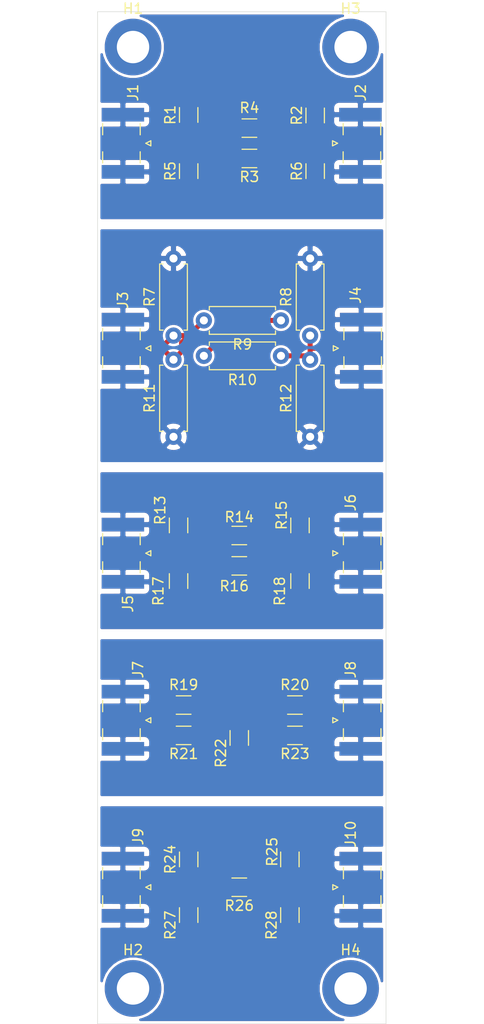
<source format=kicad_pcb>
(kicad_pcb (version 20171130) (host pcbnew "(5.1.5)-3")
  (layers (0 F.Cu signal) (31 B.Cu signal) (34 B.Paste user hide) (35 F.Paste user hide) (36 B.SilkS user) (37 F.SilkS user) (38 B.Mask user) (39 F.Mask user) (44 Edge.Cuts user))
  (net 0 "")
  (net 1 GND)
  (net 2 "Net-(J1-Pad1)")
  (net 3 "Net-(J2-Pad1)")
  (net 4 GNDA)
  (net 5 "Net-(J3-Pad1)")
  (net 6 "Net-(J4-Pad1)")
  (net 7 GNDD)
  (net 8 "Net-(J5-Pad1)")
  (net 9 "Net-(J6-Pad1)")
  (net 10 GNDS)
  (net 11 "Net-(J7-Pad1)")
  (net 12 "Net-(J8-Pad1)")
  (net 13 "Net-(R10-Pad2)")
  (net 14 "Net-(J9-Pad1)")
  (net 15 GND1)
  (net 16 "Net-(J10-Pad1)")
  (net 17 "Net-(R19-Pad1)")
  (module MountingHole:MountingHole_3.2mm_M3_DIN965_Pad (layer F.Cu) (at 39 28.992)
    (fp_text reference H1 (at 0 -3.8) (layer F.SilkS))
    (fp_text value "Mounting Hole M3")
    (pad 1 thru_hole circle (at 0 0) (size 5.6 5.6) (drill 3.2) (layers *.Cu *.Mask))
  )
  (module MountingHole:MountingHole_3.2mm_M3_DIN965_Pad (layer F.Cu) (at 39 122)
    (fp_text reference H2 (at 0 -3.8) (layer F.SilkS))
    (fp_text value "Mounting Hole M3")
    (pad 1 thru_hole circle (at 0 0) (size 5.6 5.6) (drill 3.2) (layers *.Cu *.Mask))
  )
  (module MountingHole:MountingHole_3.2mm_M3_DIN965_Pad (layer F.Cu) (at 60.5 28.992)
    (fp_text reference H3 (at 0 -3.8) (layer F.SilkS))
    (fp_text value "Mounting Hole M3")
    (pad 1 thru_hole circle (at 0 0) (size 5.6 5.6) (drill 3.2) (layers *.Cu *.Mask))
  )
  (module MountingHole:MountingHole_3.2mm_M3_DIN965_Pad (layer F.Cu) (at 60.5 122)
    (fp_text reference H4 (at 0 -3.8) (layer F.SilkS))
    (fp_text value "Mounting Hole M3")
    (pad 1 thru_hole circle (at 0 0) (size 5.6 5.6) (drill 3.2) (layers *.Cu *.Mask))
  )
  (module _RF:Samtec_SMA-J-P-X-ST-EM1_EdgeMount (layer F.Cu) (at 38 38.5 270)
    (fp_text reference J1 (at -5 -1 90) (layer F.SilkS))
    (fp_text value SMA_Conn)
    (fp_line (start 0.84 -1.71) (end 1.95 -1.71) (layer F.SilkS) (width 0.12))
    (fp_line (start -1.95 -1.71) (end -0.84 -1.71) (layer F.SilkS) (width 0.12))
    (fp_line (start 0.84 2) (end 1.95 2) (layer F.SilkS) (width 0.12))
    (fp_line (start -1.95 2) (end -0.84 2) (layer F.SilkS) (width 0.12))
    (fp_line (start 0 -2.26) (end 0.25 -2.76) (layer F.SilkS) (width 0.12))
    (fp_line (start 0.25 -2.76) (end -0.25 -2.76) (layer F.SilkS) (width 0.12))
    (fp_line (start -0.25 -2.76) (end 0 -2.26) (layer F.SilkS) (width 0.12))
    (pad 1 smd rect (at 0 0.2 270) (size 1.27 3.6) (layers F.Cu F.Paste F.Mask) (net 2 "Net-(J1-Pad1)"))
    (pad 2 smd rect (at 2.825 0 270) (size 1.35 4.2) (layers F.Cu F.Paste F.Mask) (net 7 GNDD))
    (pad 2 smd rect (at -2.825 0 270) (size 1.35 4.2) (layers F.Cu F.Paste F.Mask) (net 7 GNDD))
    (pad 2 smd rect (at 2.825 0 270) (size 1.35 4.2) (layers B.Cu B.Paste B.Mask) (net 7 GNDD))
    (pad 2 smd rect (at -2.825 0 270) (size 1.35 4.2) (layers B.Cu B.Paste B.Mask) (net 7 GNDD))
  )
  (module _RF:Samtec_SMA-J-P-X-ST-EM1_EdgeMount (layer F.Cu) (at 61.475 38.5 90)
    (fp_text reference J2 (at 5 0.025 90) (layer F.SilkS))
    (fp_text value SMA_Conn)
    (fp_line (start 0.84 -1.71) (end 1.95 -1.71) (layer F.SilkS) (width 0.12))
    (fp_line (start -1.95 -1.71) (end -0.84 -1.71) (layer F.SilkS) (width 0.12))
    (fp_line (start 0.84 2) (end 1.95 2) (layer F.SilkS) (width 0.12))
    (fp_line (start -1.95 2) (end -0.84 2) (layer F.SilkS) (width 0.12))
    (fp_line (start 0 -2.26) (end 0.25 -2.76) (layer F.SilkS) (width 0.12))
    (fp_line (start 0.25 -2.76) (end -0.25 -2.76) (layer F.SilkS) (width 0.12))
    (fp_line (start -0.25 -2.76) (end 0 -2.26) (layer F.SilkS) (width 0.12))
    (pad 1 smd rect (at 0 0.2 90) (size 1.27 3.6) (layers F.Cu F.Paste F.Mask) (net 3 "Net-(J2-Pad1)"))
    (pad 2 smd rect (at 2.825 0 90) (size 1.35 4.2) (layers F.Cu F.Paste F.Mask) (net 7 GNDD))
    (pad 2 smd rect (at -2.825 0 90) (size 1.35 4.2) (layers F.Cu F.Paste F.Mask) (net 7 GNDD))
    (pad 2 smd rect (at 2.825 0 90) (size 1.35 4.2) (layers B.Cu B.Paste B.Mask) (net 7 GNDD))
    (pad 2 smd rect (at -2.825 0 90) (size 1.35 4.2) (layers B.Cu B.Paste B.Mask) (net 7 GNDD))
  )
  (module _RF:Samtec_SMA-J-P-X-ST-EM1_EdgeMount (layer F.Cu) (at 38 58.75 270)
    (fp_text reference J3 (at -4.75 0 90) (layer F.SilkS))
    (fp_text value SMA_Conn)
    (fp_line (start -0.25 -2.76) (end 0 -2.26) (layer F.SilkS) (width 0.12))
    (fp_line (start 0.25 -2.76) (end -0.25 -2.76) (layer F.SilkS) (width 0.12))
    (fp_line (start 0 -2.26) (end 0.25 -2.76) (layer F.SilkS) (width 0.12))
    (fp_line (start -1.95 2) (end -0.84 2) (layer F.SilkS) (width 0.12))
    (fp_line (start 0.84 2) (end 1.95 2) (layer F.SilkS) (width 0.12))
    (fp_line (start -1.95 -1.71) (end -0.84 -1.71) (layer F.SilkS) (width 0.12))
    (fp_line (start 0.84 -1.71) (end 1.95 -1.71) (layer F.SilkS) (width 0.12))
    (pad 2 smd rect (at -2.825 0 270) (size 1.35 4.2) (layers B.Cu B.Paste B.Mask) (net 4 GNDA))
    (pad 2 smd rect (at 2.825 0 270) (size 1.35 4.2) (layers B.Cu B.Paste B.Mask) (net 4 GNDA))
    (pad 2 smd rect (at -2.825 0 270) (size 1.35 4.2) (layers F.Cu F.Paste F.Mask) (net 4 GNDA))
    (pad 2 smd rect (at 2.825 0 270) (size 1.35 4.2) (layers F.Cu F.Paste F.Mask) (net 4 GNDA))
    (pad 1 smd rect (at 0 0.2 270) (size 1.27 3.6) (layers F.Cu F.Paste F.Mask) (net 5 "Net-(J3-Pad1)"))
  )
  (module _RF:Samtec_SMA-J-P-X-ST-EM1_EdgeMount (layer F.Cu) (at 61.55 58.75 90)
    (fp_text reference J4 (at 5.25 -0.55 90) (layer F.SilkS))
    (fp_text value SMA_Conn)
    (fp_line (start -0.25 -2.76) (end 0 -2.26) (layer F.SilkS) (width 0.12))
    (fp_line (start 0.25 -2.76) (end -0.25 -2.76) (layer F.SilkS) (width 0.12))
    (fp_line (start 0 -2.26) (end 0.25 -2.76) (layer F.SilkS) (width 0.12))
    (fp_line (start -1.95 2) (end -0.84 2) (layer F.SilkS) (width 0.12))
    (fp_line (start 0.84 2) (end 1.95 2) (layer F.SilkS) (width 0.12))
    (fp_line (start -1.95 -1.71) (end -0.84 -1.71) (layer F.SilkS) (width 0.12))
    (fp_line (start 0.84 -1.71) (end 1.95 -1.71) (layer F.SilkS) (width 0.12))
    (pad 2 smd rect (at -2.825 0 90) (size 1.35 4.2) (layers B.Cu B.Paste B.Mask) (net 4 GNDA))
    (pad 2 smd rect (at 2.825 0 90) (size 1.35 4.2) (layers B.Cu B.Paste B.Mask) (net 4 GNDA))
    (pad 2 smd rect (at -2.825 0 90) (size 1.35 4.2) (layers F.Cu F.Paste F.Mask) (net 4 GNDA))
    (pad 2 smd rect (at 2.825 0 90) (size 1.35 4.2) (layers F.Cu F.Paste F.Mask) (net 4 GNDA))
    (pad 1 smd rect (at 0 0.2 90) (size 1.27 3.6) (layers F.Cu F.Paste F.Mask) (net 6 "Net-(J4-Pad1)"))
  )
  (module _RF:Samtec_SMA-J-P-X-ST-EM1_EdgeMount (layer F.Cu) (at 38 79 270)
    (fp_text reference J5 (at 5 -0.5 90) (layer F.SilkS))
    (fp_text value SMA_Conn)
    (fp_line (start -0.25 -2.76) (end 0 -2.26) (layer F.SilkS) (width 0.12))
    (fp_line (start 0.25 -2.76) (end -0.25 -2.76) (layer F.SilkS) (width 0.12))
    (fp_line (start 0 -2.26) (end 0.25 -2.76) (layer F.SilkS) (width 0.12))
    (fp_line (start -1.95 2) (end -0.84 2) (layer F.SilkS) (width 0.12))
    (fp_line (start 0.84 2) (end 1.95 2) (layer F.SilkS) (width 0.12))
    (fp_line (start -1.95 -1.71) (end -0.84 -1.71) (layer F.SilkS) (width 0.12))
    (fp_line (start 0.84 -1.71) (end 1.95 -1.71) (layer F.SilkS) (width 0.12))
    (pad 2 smd rect (at -2.825 0 270) (size 1.35 4.2) (layers B.Cu B.Paste B.Mask) (net 1 GND))
    (pad 2 smd rect (at 2.825 0 270) (size 1.35 4.2) (layers B.Cu B.Paste B.Mask) (net 1 GND))
    (pad 2 smd rect (at -2.825 0 270) (size 1.35 4.2) (layers F.Cu F.Paste F.Mask) (net 1 GND))
    (pad 2 smd rect (at 2.825 0 270) (size 1.35 4.2) (layers F.Cu F.Paste F.Mask) (net 1 GND))
    (pad 1 smd rect (at 0 0.2 270) (size 1.27 3.6) (layers F.Cu F.Paste F.Mask) (net 8 "Net-(J5-Pad1)"))
  )
  (module _RF:Samtec_SMA-J-P-X-ST-EM1_EdgeMount (layer F.Cu) (at 61.5 79 90)
    (fp_text reference J6 (at 5 -1 90) (layer F.SilkS))
    (fp_text value SMA_Conn)
    (fp_line (start 0.84 -1.71) (end 1.95 -1.71) (layer F.SilkS) (width 0.12))
    (fp_line (start -1.95 -1.71) (end -0.84 -1.71) (layer F.SilkS) (width 0.12))
    (fp_line (start 0.84 2) (end 1.95 2) (layer F.SilkS) (width 0.12))
    (fp_line (start -1.95 2) (end -0.84 2) (layer F.SilkS) (width 0.12))
    (fp_line (start 0 -2.26) (end 0.25 -2.76) (layer F.SilkS) (width 0.12))
    (fp_line (start 0.25 -2.76) (end -0.25 -2.76) (layer F.SilkS) (width 0.12))
    (fp_line (start -0.25 -2.76) (end 0 -2.26) (layer F.SilkS) (width 0.12))
    (pad 1 smd rect (at 0 0.2 90) (size 1.27 3.6) (layers F.Cu F.Paste F.Mask) (net 9 "Net-(J6-Pad1)"))
    (pad 2 smd rect (at 2.825 0 90) (size 1.35 4.2) (layers F.Cu F.Paste F.Mask) (net 1 GND))
    (pad 2 smd rect (at -2.825 0 90) (size 1.35 4.2) (layers F.Cu F.Paste F.Mask) (net 1 GND))
    (pad 2 smd rect (at 2.825 0 90) (size 1.35 4.2) (layers B.Cu B.Paste B.Mask) (net 1 GND))
    (pad 2 smd rect (at -2.825 0 90) (size 1.35 4.2) (layers B.Cu B.Paste B.Mask) (net 1 GND))
  )
  (module _RF:Samtec_SMA-J-P-X-ST-EM1_EdgeMount (layer F.Cu) (at 38 95.5 270)
    (fp_text reference J7 (at -5 -1.5 90) (layer F.SilkS))
    (fp_text value SMA_Conn)
    (fp_line (start -0.25 -2.76) (end 0 -2.26) (layer F.SilkS) (width 0.12))
    (fp_line (start 0.25 -2.76) (end -0.25 -2.76) (layer F.SilkS) (width 0.12))
    (fp_line (start 0 -2.26) (end 0.25 -2.76) (layer F.SilkS) (width 0.12))
    (fp_line (start -1.95 2) (end -0.84 2) (layer F.SilkS) (width 0.12))
    (fp_line (start 0.84 2) (end 1.95 2) (layer F.SilkS) (width 0.12))
    (fp_line (start -1.95 -1.71) (end -0.84 -1.71) (layer F.SilkS) (width 0.12))
    (fp_line (start 0.84 -1.71) (end 1.95 -1.71) (layer F.SilkS) (width 0.12))
    (pad 2 smd rect (at -2.825 0 270) (size 1.35 4.2) (layers B.Cu B.Paste B.Mask) (net 10 GNDS))
    (pad 2 smd rect (at 2.825 0 270) (size 1.35 4.2) (layers B.Cu B.Paste B.Mask) (net 10 GNDS))
    (pad 2 smd rect (at -2.825 0 270) (size 1.35 4.2) (layers F.Cu F.Paste F.Mask) (net 10 GNDS))
    (pad 2 smd rect (at 2.825 0 270) (size 1.35 4.2) (layers F.Cu F.Paste F.Mask) (net 10 GNDS))
    (pad 1 smd rect (at 0 0.2 270) (size 1.27 3.6) (layers F.Cu F.Paste F.Mask) (net 11 "Net-(J7-Pad1)"))
  )
  (module _RF:Samtec_SMA-J-P-X-ST-EM1_EdgeMount (layer F.Cu) (at 61.5 95.5 90)
    (fp_text reference J8 (at 5 -1 90) (layer F.SilkS))
    (fp_text value SMA_Conn)
    (fp_line (start 0.84 -1.71) (end 1.95 -1.71) (layer F.SilkS) (width 0.12))
    (fp_line (start -1.95 -1.71) (end -0.84 -1.71) (layer F.SilkS) (width 0.12))
    (fp_line (start 0.84 2) (end 1.95 2) (layer F.SilkS) (width 0.12))
    (fp_line (start -1.95 2) (end -0.84 2) (layer F.SilkS) (width 0.12))
    (fp_line (start 0 -2.26) (end 0.25 -2.76) (layer F.SilkS) (width 0.12))
    (fp_line (start 0.25 -2.76) (end -0.25 -2.76) (layer F.SilkS) (width 0.12))
    (fp_line (start -0.25 -2.76) (end 0 -2.26) (layer F.SilkS) (width 0.12))
    (pad 1 smd rect (at 0 0.2 90) (size 1.27 3.6) (layers F.Cu F.Paste F.Mask) (net 12 "Net-(J8-Pad1)"))
    (pad 2 smd rect (at 2.825 0 90) (size 1.35 4.2) (layers F.Cu F.Paste F.Mask) (net 10 GNDS))
    (pad 2 smd rect (at -2.825 0 90) (size 1.35 4.2) (layers F.Cu F.Paste F.Mask) (net 10 GNDS))
    (pad 2 smd rect (at 2.825 0 90) (size 1.35 4.2) (layers B.Cu B.Paste B.Mask) (net 10 GNDS))
    (pad 2 smd rect (at -2.825 0 90) (size 1.35 4.2) (layers B.Cu B.Paste B.Mask) (net 10 GNDS))
  )
  (module _RF:Samtec_SMA-J-P-X-ST-EM1_EdgeMount (layer F.Cu) (at 38 112 270)
    (fp_text reference J9 (at -5 -1.5 90) (layer F.SilkS))
    (fp_text value SMA_Conn)
    (fp_line (start 0.84 -1.71) (end 1.95 -1.71) (layer F.SilkS) (width 0.12))
    (fp_line (start -1.95 -1.71) (end -0.84 -1.71) (layer F.SilkS) (width 0.12))
    (fp_line (start 0.84 2) (end 1.95 2) (layer F.SilkS) (width 0.12))
    (fp_line (start -1.95 2) (end -0.84 2) (layer F.SilkS) (width 0.12))
    (fp_line (start 0 -2.26) (end 0.25 -2.76) (layer F.SilkS) (width 0.12))
    (fp_line (start 0.25 -2.76) (end -0.25 -2.76) (layer F.SilkS) (width 0.12))
    (fp_line (start -0.25 -2.76) (end 0 -2.26) (layer F.SilkS) (width 0.12))
    (pad 1 smd rect (at 0 0.2 270) (size 1.27 3.6) (layers F.Cu F.Paste F.Mask) (net 14 "Net-(J9-Pad1)"))
    (pad 2 smd rect (at 2.825 0 270) (size 1.35 4.2) (layers F.Cu F.Paste F.Mask) (net 15 GND1))
    (pad 2 smd rect (at -2.825 0 270) (size 1.35 4.2) (layers F.Cu F.Paste F.Mask) (net 15 GND1))
    (pad 2 smd rect (at 2.825 0 270) (size 1.35 4.2) (layers B.Cu B.Paste B.Mask) (net 15 GND1))
    (pad 2 smd rect (at -2.825 0 270) (size 1.35 4.2) (layers B.Cu B.Paste B.Mask) (net 15 GND1))
  )
  (module _RF:Samtec_SMA-J-P-X-ST-EM1_EdgeMount (layer F.Cu) (at 61.5 112 90)
    (fp_text reference J10 (at 5.25 -1 90) (layer F.SilkS))
    (fp_text value SMA_Conn)
    (fp_line (start -0.25 -2.76) (end 0 -2.26) (layer F.SilkS) (width 0.12))
    (fp_line (start 0.25 -2.76) (end -0.25 -2.76) (layer F.SilkS) (width 0.12))
    (fp_line (start 0 -2.26) (end 0.25 -2.76) (layer F.SilkS) (width 0.12))
    (fp_line (start -1.95 2) (end -0.84 2) (layer F.SilkS) (width 0.12))
    (fp_line (start 0.84 2) (end 1.95 2) (layer F.SilkS) (width 0.12))
    (fp_line (start -1.95 -1.71) (end -0.84 -1.71) (layer F.SilkS) (width 0.12))
    (fp_line (start 0.84 -1.71) (end 1.95 -1.71) (layer F.SilkS) (width 0.12))
    (pad 2 smd rect (at -2.825 0 90) (size 1.35 4.2) (layers B.Cu B.Paste B.Mask) (net 15 GND1))
    (pad 2 smd rect (at 2.825 0 90) (size 1.35 4.2) (layers B.Cu B.Paste B.Mask) (net 15 GND1))
    (pad 2 smd rect (at -2.825 0 90) (size 1.35 4.2) (layers F.Cu F.Paste F.Mask) (net 15 GND1))
    (pad 2 smd rect (at 2.825 0 90) (size 1.35 4.2) (layers F.Cu F.Paste F.Mask) (net 15 GND1))
    (pad 1 smd rect (at 0 0.2 90) (size 1.27 3.6) (layers F.Cu F.Paste F.Mask) (net 16 "Net-(J10-Pad1)"))
  )
  (module Resistor_SMD:R_1206_3216Metric_Pad1.30x1.75mm_HandSolder (layer F.Cu) (at 44.5 35.7 90)
    (fp_text reference R1 (at 0 -1.82 90) (layer F.SilkS))
    (fp_text value 0)
    (fp_line (start -0.727064 -0.91) (end 0.727064 -0.91) (layer F.SilkS) (width 0.12))
    (fp_line (start -0.727064 0.91) (end 0.727064 0.91) (layer F.SilkS) (width 0.12))
    (pad 2 smd roundrect (at 1.55 0 90) (size 1.3 1.75) (layers F.Cu F.Paste F.Mask) (roundrect_rratio 0.192308) (net 7 GNDD))
    (pad 1 smd roundrect (at -1.55 0 90) (size 1.3 1.75) (layers F.Cu F.Paste F.Mask) (roundrect_rratio 0.192308) (net 2 "Net-(J1-Pad1)"))
  )
  (module Resistor_SMD:R_1206_3216Metric_Pad1.30x1.75mm_HandSolder (layer F.Cu) (at 57 35.75 90)
    (fp_text reference R2 (at 0 -1.82 90) (layer F.SilkS))
    (fp_text value 91R)
    (fp_line (start -0.727064 0.91) (end 0.727064 0.91) (layer F.SilkS) (width 0.12))
    (fp_line (start -0.727064 -0.91) (end 0.727064 -0.91) (layer F.SilkS) (width 0.12))
    (pad 1 smd roundrect (at -1.55 0 90) (size 1.3 1.75) (layers F.Cu F.Paste F.Mask) (roundrect_rratio 0.192308) (net 3 "Net-(J2-Pad1)"))
    (pad 2 smd roundrect (at 1.55 0 90) (size 1.3 1.75) (layers F.Cu F.Paste F.Mask) (roundrect_rratio 0.192308) (net 7 GNDD))
  )
  (module Resistor_SMD:R_1206_3216Metric_Pad1.30x1.75mm_HandSolder (layer F.Cu) (at 50.5 40 180)
    (fp_text reference R3 (at 0 -1.82) (layer F.SilkS))
    (fp_text value 150R)
    (fp_line (start -0.727064 0.91) (end 0.727064 0.91) (layer F.SilkS) (width 0.12))
    (fp_line (start -0.727064 -0.91) (end 0.727064 -0.91) (layer F.SilkS) (width 0.12))
    (pad 1 smd roundrect (at -1.55 0 180) (size 1.3 1.75) (layers F.Cu F.Paste F.Mask) (roundrect_rratio 0.192308) (net 3 "Net-(J2-Pad1)"))
    (pad 2 smd roundrect (at 1.55 0 180) (size 1.3 1.75) (layers F.Cu F.Paste F.Mask) (roundrect_rratio 0.192308) (net 2 "Net-(J1-Pad1)"))
  )
  (module Resistor_SMD:R_1206_3216Metric_Pad1.30x1.75mm_HandSolder (layer F.Cu) (at 50.5 37 180)
    (fp_text reference R4 (at 0 2) (layer F.SilkS))
    (fp_text value 150R)
    (fp_line (start -0.727064 -0.91) (end 0.727064 -0.91) (layer F.SilkS) (width 0.12))
    (fp_line (start -0.727064 0.91) (end 0.727064 0.91) (layer F.SilkS) (width 0.12))
    (pad 2 smd roundrect (at 1.55 0 180) (size 1.3 1.75) (layers F.Cu F.Paste F.Mask) (roundrect_rratio 0.192308) (net 2 "Net-(J1-Pad1)"))
    (pad 1 smd roundrect (at -1.55 0 180) (size 1.3 1.75) (layers F.Cu F.Paste F.Mask) (roundrect_rratio 0.192308) (net 3 "Net-(J2-Pad1)"))
  )
  (module Resistor_SMD:R_1206_3216Metric_Pad1.30x1.75mm_HandSolder (layer F.Cu) (at 44.5 41.25 90)
    (fp_text reference R5 (at 0 -1.82 90) (layer F.SilkS))
    (fp_text value 91R)
    (fp_line (start -0.727064 -0.91) (end 0.727064 -0.91) (layer F.SilkS) (width 0.12))
    (fp_line (start -0.727064 0.91) (end 0.727064 0.91) (layer F.SilkS) (width 0.12))
    (pad 2 smd roundrect (at 1.55 0 90) (size 1.3 1.75) (layers F.Cu F.Paste F.Mask) (roundrect_rratio 0.192308) (net 2 "Net-(J1-Pad1)"))
    (pad 1 smd roundrect (at -1.55 0 90) (size 1.3 1.75) (layers F.Cu F.Paste F.Mask) (roundrect_rratio 0.192308) (net 7 GNDD))
  )
  (module Resistor_SMD:R_1206_3216Metric_Pad1.30x1.75mm_HandSolder (layer F.Cu) (at 57 41.25 90)
    (fp_text reference R6 (at 0 -1.82 90) (layer F.SilkS))
    (fp_text value 0)
    (fp_line (start -0.727064 0.91) (end 0.727064 0.91) (layer F.SilkS) (width 0.12))
    (fp_line (start -0.727064 -0.91) (end 0.727064 -0.91) (layer F.SilkS) (width 0.12))
    (pad 1 smd roundrect (at -1.55 0 90) (size 1.3 1.75) (layers F.Cu F.Paste F.Mask) (roundrect_rratio 0.192308) (net 7 GNDD))
    (pad 2 smd roundrect (at 1.55 0 90) (size 1.3 1.75) (layers F.Cu F.Paste F.Mask) (roundrect_rratio 0.192308) (net 3 "Net-(J2-Pad1)"))
  )
  (module Resistor_THT:R_Axial_DIN0207_L6.3mm_D2.5mm_P7.62mm_Horizontal (layer F.Cu) (at 43 57.5 90)
    (fp_text reference R7 (at 3.81 -2.37 90) (layer F.SilkS))
    (fp_text value 150R)
    (fp_line (start 7.08 1.37) (end 7.08 1.04) (layer F.SilkS) (width 0.12))
    (fp_line (start 0.54 1.37) (end 7.08 1.37) (layer F.SilkS) (width 0.12))
    (fp_line (start 0.54 1.04) (end 0.54 1.37) (layer F.SilkS) (width 0.12))
    (fp_line (start 7.08 -1.37) (end 7.08 -1.04) (layer F.SilkS) (width 0.12))
    (fp_line (start 0.54 -1.37) (end 7.08 -1.37) (layer F.SilkS) (width 0.12))
    (fp_line (start 0.54 -1.04) (end 0.54 -1.37) (layer F.SilkS) (width 0.12))
    (pad 1 thru_hole circle (at 0 0 90) (size 1.6 1.6) (drill 0.8) (layers *.Cu *.Mask) (net 5 "Net-(J3-Pad1)"))
    (pad 2 thru_hole oval (at 7.62 0 90) (size 1.6 1.6) (drill 0.8) (layers *.Cu *.Mask) (net 4 GNDA))
  )
  (module Resistor_THT:R_Axial_DIN0207_L6.3mm_D2.5mm_P7.62mm_Horizontal (layer F.Cu) (at 56.5 57.5 90)
    (fp_text reference R8 (at 3.81 -2.37 90) (layer F.SilkS))
    (fp_text value 150R)
    (fp_line (start 0.54 -1.04) (end 0.54 -1.37) (layer F.SilkS) (width 0.12))
    (fp_line (start 0.54 -1.37) (end 7.08 -1.37) (layer F.SilkS) (width 0.12))
    (fp_line (start 7.08 -1.37) (end 7.08 -1.04) (layer F.SilkS) (width 0.12))
    (fp_line (start 0.54 1.04) (end 0.54 1.37) (layer F.SilkS) (width 0.12))
    (fp_line (start 0.54 1.37) (end 7.08 1.37) (layer F.SilkS) (width 0.12))
    (fp_line (start 7.08 1.37) (end 7.08 1.04) (layer F.SilkS) (width 0.12))
    (pad 2 thru_hole oval (at 7.62 0 90) (size 1.6 1.6) (drill 0.8) (layers *.Cu *.Mask) (net 4 GNDA))
    (pad 1 thru_hole circle (at 0 0 90) (size 1.6 1.6) (drill 0.8) (layers *.Cu *.Mask) (net 6 "Net-(J4-Pad1)"))
  )
  (module Resistor_THT:R_Axial_DIN0207_L6.3mm_D2.5mm_P7.62mm_Horizontal (layer F.Cu) (at 53.62 56 180)
    (fp_text reference R9 (at 3.81 -2.37) (layer F.SilkS))
    (fp_text value 100R)
    (fp_line (start 0.54 -1.04) (end 0.54 -1.37) (layer F.SilkS) (width 0.12))
    (fp_line (start 0.54 -1.37) (end 7.08 -1.37) (layer F.SilkS) (width 0.12))
    (fp_line (start 7.08 -1.37) (end 7.08 -1.04) (layer F.SilkS) (width 0.12))
    (fp_line (start 0.54 1.04) (end 0.54 1.37) (layer F.SilkS) (width 0.12))
    (fp_line (start 0.54 1.37) (end 7.08 1.37) (layer F.SilkS) (width 0.12))
    (fp_line (start 7.08 1.37) (end 7.08 1.04) (layer F.SilkS) (width 0.12))
    (pad 2 thru_hole oval (at 7.62 0 180) (size 1.6 1.6) (drill 0.8) (layers *.Cu *.Mask) (net 5 "Net-(J3-Pad1)"))
    (pad 1 thru_hole circle (at 0 0 180) (size 1.6 1.6) (drill 0.8) (layers *.Cu *.Mask) (net 13 "Net-(R10-Pad2)"))
  )
  (module Resistor_THT:R_Axial_DIN0207_L6.3mm_D2.5mm_P7.62mm_Horizontal (layer F.Cu) (at 53.62 59.5 180)
    (fp_text reference R10 (at 3.81 -2.37) (layer F.SilkS))
    (fp_text value 22R)
    (fp_line (start 7.08 1.37) (end 7.08 1.04) (layer F.SilkS) (width 0.12))
    (fp_line (start 0.54 1.37) (end 7.08 1.37) (layer F.SilkS) (width 0.12))
    (fp_line (start 0.54 1.04) (end 0.54 1.37) (layer F.SilkS) (width 0.12))
    (fp_line (start 7.08 -1.37) (end 7.08 -1.04) (layer F.SilkS) (width 0.12))
    (fp_line (start 0.54 -1.37) (end 7.08 -1.37) (layer F.SilkS) (width 0.12))
    (fp_line (start 0.54 -1.04) (end 0.54 -1.37) (layer F.SilkS) (width 0.12))
    (pad 1 thru_hole circle (at 0 0 180) (size 1.6 1.6) (drill 0.8) (layers *.Cu *.Mask) (net 6 "Net-(J4-Pad1)"))
    (pad 2 thru_hole oval (at 7.62 0 180) (size 1.6 1.6) (drill 0.8) (layers *.Cu *.Mask) (net 13 "Net-(R10-Pad2)"))
  )
  (module Resistor_THT:R_Axial_DIN0207_L6.3mm_D2.5mm_P7.62mm_Horizontal (layer F.Cu) (at 43 67.5 90)
    (fp_text reference R11 (at 3.81 -2.37 90) (layer F.SilkS))
    (fp_text value 150R)
    (fp_line (start 0.54 -1.04) (end 0.54 -1.37) (layer F.SilkS) (width 0.12))
    (fp_line (start 0.54 -1.37) (end 7.08 -1.37) (layer F.SilkS) (width 0.12))
    (fp_line (start 7.08 -1.37) (end 7.08 -1.04) (layer F.SilkS) (width 0.12))
    (fp_line (start 0.54 1.04) (end 0.54 1.37) (layer F.SilkS) (width 0.12))
    (fp_line (start 0.54 1.37) (end 7.08 1.37) (layer F.SilkS) (width 0.12))
    (fp_line (start 7.08 1.37) (end 7.08 1.04) (layer F.SilkS) (width 0.12))
    (pad 2 thru_hole oval (at 7.62 0 90) (size 1.6 1.6) (drill 0.8) (layers *.Cu *.Mask) (net 5 "Net-(J3-Pad1)"))
    (pad 1 thru_hole circle (at 0 0 90) (size 1.6 1.6) (drill 0.8) (layers *.Cu *.Mask) (net 4 GNDA))
  )
  (module Resistor_THT:R_Axial_DIN0207_L6.3mm_D2.5mm_P7.62mm_Horizontal (layer F.Cu) (at 56.5 67.5 90)
    (fp_text reference R12 (at 3.81 -2.37 90) (layer F.SilkS))
    (fp_text value 150R)
    (fp_line (start 7.08 1.37) (end 7.08 1.04) (layer F.SilkS) (width 0.12))
    (fp_line (start 0.54 1.37) (end 7.08 1.37) (layer F.SilkS) (width 0.12))
    (fp_line (start 0.54 1.04) (end 0.54 1.37) (layer F.SilkS) (width 0.12))
    (fp_line (start 7.08 -1.37) (end 7.08 -1.04) (layer F.SilkS) (width 0.12))
    (fp_line (start 0.54 -1.37) (end 7.08 -1.37) (layer F.SilkS) (width 0.12))
    (fp_line (start 0.54 -1.04) (end 0.54 -1.37) (layer F.SilkS) (width 0.12))
    (pad 1 thru_hole circle (at 0 0 90) (size 1.6 1.6) (drill 0.8) (layers *.Cu *.Mask) (net 4 GNDA))
    (pad 2 thru_hole oval (at 7.62 0 90) (size 1.6 1.6) (drill 0.8) (layers *.Cu *.Mask) (net 6 "Net-(J4-Pad1)"))
  )
  (module Resistor_SMD:R_1206_3216Metric_Pad1.30x1.75mm_HandSolder (layer F.Cu) (at 43.5 76.25 90)
    (fp_text reference R13 (at 1.5 -1.82 90) (layer F.SilkS))
    (fp_text value 120R)
    (fp_line (start -0.727064 0.91) (end 0.727064 0.91) (layer F.SilkS) (width 0.12))
    (fp_line (start -0.727064 -0.91) (end 0.727064 -0.91) (layer F.SilkS) (width 0.12))
    (pad 1 smd roundrect (at -1.55 0 90) (size 1.3 1.75) (layers F.Cu F.Paste F.Mask) (roundrect_rratio 0.192308) (net 8 "Net-(J5-Pad1)"))
    (pad 2 smd roundrect (at 1.55 0 90) (size 1.3 1.75) (layers F.Cu F.Paste F.Mask) (roundrect_rratio 0.192308) (net 1 GND))
  )
  (module Resistor_SMD:R_1206_3216Metric_Pad1.30x1.75mm_HandSolder (layer F.Cu) (at 49.5 77.25)
    (fp_text reference R14 (at 0 -1.82) (layer F.SilkS))
    (fp_text value 510R)
    (fp_line (start -0.727064 -0.91) (end 0.727064 -0.91) (layer F.SilkS) (width 0.12))
    (fp_line (start -0.727064 0.91) (end 0.727064 0.91) (layer F.SilkS) (width 0.12))
    (pad 2 smd roundrect (at 1.55 0) (size 1.3 1.75) (layers F.Cu F.Paste F.Mask) (roundrect_rratio 0.192308) (net 9 "Net-(J6-Pad1)"))
    (pad 1 smd roundrect (at -1.55 0) (size 1.3 1.75) (layers F.Cu F.Paste F.Mask) (roundrect_rratio 0.192308) (net 8 "Net-(J5-Pad1)"))
  )
  (module Resistor_SMD:R_1206_3216Metric_Pad1.30x1.75mm_HandSolder (layer F.Cu) (at 55.5 76.25 90)
    (fp_text reference R15 (at 1 -1.82 90) (layer F.SilkS))
    (fp_text value 120R)
    (fp_line (start -0.727064 -0.91) (end 0.727064 -0.91) (layer F.SilkS) (width 0.12))
    (fp_line (start -0.727064 0.91) (end 0.727064 0.91) (layer F.SilkS) (width 0.12))
    (pad 2 smd roundrect (at 1.55 0 90) (size 1.3 1.75) (layers F.Cu F.Paste F.Mask) (roundrect_rratio 0.192308) (net 1 GND))
    (pad 1 smd roundrect (at -1.55 0 90) (size 1.3 1.75) (layers F.Cu F.Paste F.Mask) (roundrect_rratio 0.192308) (net 9 "Net-(J6-Pad1)"))
  )
  (module Resistor_SMD:R_1206_3216Metric_Pad1.30x1.75mm_HandSolder (layer F.Cu) (at 49.5 80.25)
    (fp_text reference R16 (at -0.5 2) (layer F.SilkS))
    (fp_text value 510R)
    (fp_line (start -0.727064 -0.91) (end 0.727064 -0.91) (layer F.SilkS) (width 0.12))
    (fp_line (start -0.727064 0.91) (end 0.727064 0.91) (layer F.SilkS) (width 0.12))
    (pad 2 smd roundrect (at 1.55 0) (size 1.3 1.75) (layers F.Cu F.Paste F.Mask) (roundrect_rratio 0.192308) (net 9 "Net-(J6-Pad1)"))
    (pad 1 smd roundrect (at -1.55 0) (size 1.3 1.75) (layers F.Cu F.Paste F.Mask) (roundrect_rratio 0.192308) (net 8 "Net-(J5-Pad1)"))
  )
  (module Resistor_SMD:R_1206_3216Metric_Pad1.30x1.75mm_HandSolder (layer F.Cu) (at 43.5 81.75 90)
    (fp_text reference R17 (at -1 -2 90) (layer F.SilkS))
    (fp_text value 120R)
    (fp_line (start -0.727064 0.91) (end 0.727064 0.91) (layer F.SilkS) (width 0.12))
    (fp_line (start -0.727064 -0.91) (end 0.727064 -0.91) (layer F.SilkS) (width 0.12))
    (pad 1 smd roundrect (at -1.55 0 90) (size 1.3 1.75) (layers F.Cu F.Paste F.Mask) (roundrect_rratio 0.192308) (net 1 GND))
    (pad 2 smd roundrect (at 1.55 0 90) (size 1.3 1.75) (layers F.Cu F.Paste F.Mask) (roundrect_rratio 0.192308) (net 8 "Net-(J5-Pad1)"))
  )
  (module Resistor_SMD:R_1206_3216Metric_Pad1.30x1.75mm_HandSolder (layer F.Cu) (at 55.5 81.75 90)
    (fp_text reference R18 (at -1 -2 90) (layer F.SilkS))
    (fp_text value 120R)
    (fp_line (start -0.727064 0.91) (end 0.727064 0.91) (layer F.SilkS) (width 0.12))
    (fp_line (start -0.727064 -0.91) (end 0.727064 -0.91) (layer F.SilkS) (width 0.12))
    (pad 1 smd roundrect (at -1.55 0 90) (size 1.3 1.75) (layers F.Cu F.Paste F.Mask) (roundrect_rratio 0.192308) (net 1 GND))
    (pad 2 smd roundrect (at 1.55 0 90) (size 1.3 1.75) (layers F.Cu F.Paste F.Mask) (roundrect_rratio 0.192308) (net 9 "Net-(J6-Pad1)"))
  )
  (module Resistor_SMD:R_1206_3216Metric_Pad1.30x1.75mm_HandSolder (layer F.Cu) (at 44 94 180)
    (fp_text reference R19 (at 0 2) (layer F.SilkS))
    (fp_text value 82.5R)
    (fp_line (start -0.727064 -0.91) (end 0.727064 -0.91) (layer F.SilkS) (width 0.12))
    (fp_line (start -0.727064 0.91) (end 0.727064 0.91) (layer F.SilkS) (width 0.12))
    (pad 2 smd roundrect (at 1.55 0 180) (size 1.3 1.75) (layers F.Cu F.Paste F.Mask) (roundrect_rratio 0.192308) (net 11 "Net-(J7-Pad1)"))
    (pad 1 smd roundrect (at -1.55 0 180) (size 1.3 1.75) (layers F.Cu F.Paste F.Mask) (roundrect_rratio 0.192308) (net 17 "Net-(R19-Pad1)"))
  )
  (module Resistor_SMD:R_1206_3216Metric_Pad1.30x1.75mm_HandSolder (layer F.Cu) (at 55 94 180)
    (fp_text reference R20 (at 0 2) (layer F.SilkS))
    (fp_text value 82.5R)
    (fp_line (start -0.727064 0.91) (end 0.727064 0.91) (layer F.SilkS) (width 0.12))
    (fp_line (start -0.727064 -0.91) (end 0.727064 -0.91) (layer F.SilkS) (width 0.12))
    (pad 1 smd roundrect (at -1.55 0 180) (size 1.3 1.75) (layers F.Cu F.Paste F.Mask) (roundrect_rratio 0.192308) (net 12 "Net-(J8-Pad1)"))
    (pad 2 smd roundrect (at 1.55 0 180) (size 1.3 1.75) (layers F.Cu F.Paste F.Mask) (roundrect_rratio 0.192308) (net 17 "Net-(R19-Pad1)"))
  )
  (module Resistor_SMD:R_1206_3216Metric_Pad1.30x1.75mm_HandSolder (layer F.Cu) (at 44 97 180)
    (fp_text reference R21 (at 0 -1.82) (layer F.SilkS))
    (fp_text value 82.5R)
    (fp_line (start -0.727064 -0.91) (end 0.727064 -0.91) (layer F.SilkS) (width 0.12))
    (fp_line (start -0.727064 0.91) (end 0.727064 0.91) (layer F.SilkS) (width 0.12))
    (pad 2 smd roundrect (at 1.55 0 180) (size 1.3 1.75) (layers F.Cu F.Paste F.Mask) (roundrect_rratio 0.192308) (net 11 "Net-(J7-Pad1)"))
    (pad 1 smd roundrect (at -1.55 0 180) (size 1.3 1.75) (layers F.Cu F.Paste F.Mask) (roundrect_rratio 0.192308) (net 17 "Net-(R19-Pad1)"))
  )
  (module Resistor_SMD:R_1206_3216Metric_Pad1.30x1.75mm_HandSolder (layer F.Cu) (at 49.5 97.25 90)
    (fp_text reference R22 (at -1.5 -1.82 90) (layer F.SilkS))
    (fp_text value 7.5R)
    (fp_line (start -0.727064 0.91) (end 0.727064 0.91) (layer F.SilkS) (width 0.12))
    (fp_line (start -0.727064 -0.91) (end 0.727064 -0.91) (layer F.SilkS) (width 0.12))
    (pad 1 smd roundrect (at -1.55 0 90) (size 1.3 1.75) (layers F.Cu F.Paste F.Mask) (roundrect_rratio 0.192308) (net 10 GNDS))
    (pad 2 smd roundrect (at 1.55 0 90) (size 1.3 1.75) (layers F.Cu F.Paste F.Mask) (roundrect_rratio 0.192308) (net 17 "Net-(R19-Pad1)"))
  )
  (module Resistor_SMD:R_1206_3216Metric_Pad1.30x1.75mm_HandSolder (layer F.Cu) (at 55 97 180)
    (fp_text reference R23 (at 0 -1.82) (layer F.SilkS))
    (fp_text value 82.5R)
    (fp_line (start -0.727064 -0.91) (end 0.727064 -0.91) (layer F.SilkS) (width 0.12))
    (fp_line (start -0.727064 0.91) (end 0.727064 0.91) (layer F.SilkS) (width 0.12))
    (pad 2 smd roundrect (at 1.55 0 180) (size 1.3 1.75) (layers F.Cu F.Paste F.Mask) (roundrect_rratio 0.192308) (net 17 "Net-(R19-Pad1)"))
    (pad 1 smd roundrect (at -1.55 0 180) (size 1.3 1.75) (layers F.Cu F.Paste F.Mask) (roundrect_rratio 0.192308) (net 12 "Net-(J8-Pad1)"))
  )
  (module Resistor_SMD:R_1206_3216Metric_Pad1.30x1.75mm_HandSolder (layer F.Cu) (at 44.5 109.25 90)
    (fp_text reference R24 (at 0 -1.82 90) (layer F.SilkS))
    (fp_text value 100R)
    (fp_line (start -0.727064 0.91) (end 0.727064 0.91) (layer F.SilkS) (width 0.12))
    (fp_line (start -0.727064 -0.91) (end 0.727064 -0.91) (layer F.SilkS) (width 0.12))
    (pad 1 smd roundrect (at -1.55 0 90) (size 1.3 1.75) (layers F.Cu F.Paste F.Mask) (roundrect_rratio 0.192308) (net 14 "Net-(J9-Pad1)"))
    (pad 2 smd roundrect (at 1.55 0 90) (size 1.3 1.75) (layers F.Cu F.Paste F.Mask) (roundrect_rratio 0.192308) (net 15 GND1))
  )
  (module Resistor_SMD:R_1206_3216Metric_Pad1.30x1.75mm_HandSolder (layer F.Cu) (at 54.5 109.25 90)
    (fp_text reference R25 (at 0.75 -1.75 90) (layer F.SilkS))
    (fp_text value 100R)
    (fp_line (start -0.727064 0.91) (end 0.727064 0.91) (layer F.SilkS) (width 0.12))
    (fp_line (start -0.727064 -0.91) (end 0.727064 -0.91) (layer F.SilkS) (width 0.12))
    (pad 1 smd roundrect (at -1.55 0 90) (size 1.3 1.75) (layers F.Cu F.Paste F.Mask) (roundrect_rratio 0.192308) (net 16 "Net-(J10-Pad1)"))
    (pad 2 smd roundrect (at 1.55 0 90) (size 1.3 1.75) (layers F.Cu F.Paste F.Mask) (roundrect_rratio 0.192308) (net 15 GND1))
  )
  (module Resistor_SMD:R_1206_3216Metric_Pad1.30x1.75mm_HandSolder (layer F.Cu) (at 49.5 112 180)
    (fp_text reference R26 (at 0 -1.82) (layer F.SilkS))
    (fp_text value 2K7)
    (fp_line (start -0.727064 -0.91) (end 0.727064 -0.91) (layer F.SilkS) (width 0.12))
    (fp_line (start -0.727064 0.91) (end 0.727064 0.91) (layer F.SilkS) (width 0.12))
    (pad 2 smd roundrect (at 1.55 0 180) (size 1.3 1.75) (layers F.Cu F.Paste F.Mask) (roundrect_rratio 0.192308) (net 14 "Net-(J9-Pad1)"))
    (pad 1 smd roundrect (at -1.55 0 180) (size 1.3 1.75) (layers F.Cu F.Paste F.Mask) (roundrect_rratio 0.192308) (net 16 "Net-(J10-Pad1)"))
  )
  (module Resistor_SMD:R_1206_3216Metric_Pad1.30x1.75mm_HandSolder (layer F.Cu) (at 44.5 114.75 90)
    (fp_text reference R27 (at -1 -1.82 90) (layer F.SilkS))
    (fp_text value 100R)
    (fp_line (start -0.727064 -0.91) (end 0.727064 -0.91) (layer F.SilkS) (width 0.12))
    (fp_line (start -0.727064 0.91) (end 0.727064 0.91) (layer F.SilkS) (width 0.12))
    (pad 2 smd roundrect (at 1.55 0 90) (size 1.3 1.75) (layers F.Cu F.Paste F.Mask) (roundrect_rratio 0.192308) (net 14 "Net-(J9-Pad1)"))
    (pad 1 smd roundrect (at -1.55 0 90) (size 1.3 1.75) (layers F.Cu F.Paste F.Mask) (roundrect_rratio 0.192308) (net 15 GND1))
  )
  (module Resistor_SMD:R_1206_3216Metric_Pad1.30x1.75mm_HandSolder (layer F.Cu) (at 54.5 114.75 90)
    (fp_text reference R28 (at -1 -1.82 90) (layer F.SilkS))
    (fp_text value 100R)
    (fp_line (start -0.727064 0.91) (end 0.727064 0.91) (layer F.SilkS) (width 0.12))
    (fp_line (start -0.727064 -0.91) (end 0.727064 -0.91) (layer F.SilkS) (width 0.12))
    (pad 1 smd roundrect (at -1.55 0 90) (size 1.3 1.75) (layers F.Cu F.Paste F.Mask) (roundrect_rratio 0.192308) (net 15 GND1))
    (pad 2 smd roundrect (at 1.55 0 90) (size 1.3 1.75) (layers F.Cu F.Paste F.Mask) (roundrect_rratio 0.192308) (net 16 "Net-(J10-Pad1)"))
  )
  (gr_line (start 64 125.5) (end 64 25.5) (layer Edge.Cuts) (width 0.05))
  (gr_line (start 35.5 125.5) (end 64 125.5) (layer Edge.Cuts) (width 0.05))
  (gr_line (start 35.5 25.5) (end 35.5 125.5) (layer Edge.Cuts) (width 0.05))
  (gr_line (start 64 25.5) (end 35.5 25.5) (layer Edge.Cuts) (width 0.05))
  (segment (start 44.5 37.9) (end 44.5 37.25) (width 0.5) (layer F.Cu) (net 2))
  (segment (start 43.9 38.5) (end 44.5 37.9) (width 0.5) (layer F.Cu) (net 2))
  (segment (start 37.8 38.5) (end 43.9 38.5) (width 0.5) (layer F.Cu) (net 2))
  (segment (start 44.5 39.05) (end 44.5 39.7) (width 0.5) (layer F.Cu) (net 2))
  (segment (start 43.95 38.5) (end 44.5 39.05) (width 0.5) (layer F.Cu) (net 2))
  (segment (start 43.9 38.5) (end 43.95 38.5) (width 0.5) (layer F.Cu) (net 2))
  (segment (start 48.325 38.5) (end 45.05 38.5) (width 0.5) (layer F.Cu) (net 2))
  (segment (start 45.05 38.5) (end 44.5 39.05) (width 0.5) (layer F.Cu) (net 2))
  (segment (start 48.95 37) (end 48.95 37.875) (width 0.5) (layer F.Cu) (net 2))
  (segment (start 48.95 37.875) (end 48.325 38.5) (width 0.5) (layer F.Cu) (net 2))
  (segment (start 45.05 38.45) (end 44.5 37.9) (width 0.5) (layer F.Cu) (net 2))
  (segment (start 45.05 38.5) (end 45.05 38.45) (width 0.5) (layer F.Cu) (net 2))
  (segment (start 48.95 39.125) (end 48.95 40) (width 0.5) (layer F.Cu) (net 2))
  (segment (start 48.325 38.5) (end 48.95 39.125) (width 0.5) (layer F.Cu) (net 2))
  (segment (start 56.45 38.5) (end 57 37.95) (width 0.5) (layer F.Cu) (net 3))
  (segment (start 52.05 40) (end 52.05 39.125) (width 0.5) (layer F.Cu) (net 3))
  (segment (start 52.05 39.125) (end 52.425 38.75) (width 0.5) (layer F.Cu) (net 3))
  (segment (start 52.5 38.75) (end 52.75 38.5) (width 0.5) (layer F.Cu) (net 3))
  (segment (start 52.425 38.75) (end 52.5 38.75) (width 0.5) (layer F.Cu) (net 3))
  (segment (start 52.75 38.5) (end 56.45 38.5) (width 0.5) (layer F.Cu) (net 3))
  (segment (start 56.45 38.5) (end 57 39.05) (width 0.5) (layer F.Cu) (net 3))
  (segment (start 52.75 38.5) (end 52.5 38.5) (width 0.5) (layer F.Cu) (net 3))
  (segment (start 52.05 38.05) (end 52.05 37) (width 0.5) (layer F.Cu) (net 3))
  (segment (start 52.5 38.5) (end 52.05 38.05) (width 0.5) (layer F.Cu) (net 3))
  (segment (start 57.55 38.5) (end 57 37.95) (width 0.5) (layer F.Cu) (net 3))
  (segment (start 57 37.95) (end 57 37.3) (width 0.5) (layer F.Cu) (net 3))
  (segment (start 61.675 38.5) (end 57.55 38.5) (width 0.5) (layer F.Cu) (net 3))
  (segment (start 57 39.05) (end 57 39.7) (width 0.5) (layer F.Cu) (net 3))
  (segment (start 57.55 38.5) (end 57 39.05) (width 0.5) (layer F.Cu) (net 3))
  (segment (start 41.87 58.75) (end 43 59.88) (width 0.5) (layer F.Cu) (net 5))
  (segment (start 37.8 58.75) (end 41.87 58.75) (width 0.5) (layer F.Cu) (net 5))
  (segment (start 41.87 58.63) (end 43 57.5) (width 0.5) (layer F.Cu) (net 5))
  (segment (start 41.87 58.75) (end 41.87 58.63) (width 0.5) (layer F.Cu) (net 5))
  (segment (start 44.5 57.5) (end 46 56) (width 0.5) (layer F.Cu) (net 5))
  (segment (start 43 57.5) (end 44.5 57.5) (width 0.5) (layer F.Cu) (net 5))
  (segment (start 43.799999 58.200001) (end 44.5 57.5) (width 0.5) (layer F.Cu) (net 5))
  (segment (start 43.799999 59.080001) (end 43.799999 58.200001) (width 0.5) (layer F.Cu) (net 5))
  (segment (start 43 59.88) (end 43.799999 59.080001) (width 0.5) (layer F.Cu) (net 5))
  (segment (start 56.12 59.5) (end 56.5 59.88) (width 0.5) (layer F.Cu) (net 6))
  (segment (start 53.62 59.5) (end 56.12 59.5) (width 0.5) (layer F.Cu) (net 6))
  (segment (start 56.5 58.75) (end 61.75 58.75) (width 0.5) (layer F.Cu) (net 6))
  (segment (start 56.5 58.75) (end 56.5 57.5) (width 0.5) (layer F.Cu) (net 6))
  (segment (start 56.5 59.88) (end 56.5 58.75) (width 0.5) (layer F.Cu) (net 6))
  (segment (start 42.95 79) (end 43.5 78.45) (width 0.5) (layer F.Cu) (net 8))
  (segment (start 37.8 79) (end 42.95 79) (width 0.5) (layer F.Cu) (net 8))
  (segment (start 42.95 79) (end 43.5 79.55) (width 0.5) (layer F.Cu) (net 8))
  (segment (start 47.95 79.375) (end 47.575 79) (width 0.5) (layer F.Cu) (net 8))
  (segment (start 47.95 80.25) (end 47.95 79.375) (width 0.5) (layer F.Cu) (net 8))
  (segment (start 47.575 79) (end 46 79) (width 0.5) (layer F.Cu) (net 8))
  (segment (start 46 79) (end 45 79) (width 0.5) (layer F.Cu) (net 8))
  (segment (start 43.5 78.45) (end 43.5 77.8) (width 0.5) (layer F.Cu) (net 8))
  (segment (start 44.05 79) (end 43.5 78.45) (width 0.5) (layer F.Cu) (net 8))
  (segment (start 45 79) (end 44.05 79) (width 0.5) (layer F.Cu) (net 8))
  (segment (start 43.5 79.55) (end 43.5 80.2) (width 0.5) (layer F.Cu) (net 8))
  (segment (start 44.05 79) (end 43.5 79.55) (width 0.5) (layer F.Cu) (net 8))
  (segment (start 47.95 78.625) (end 47.95 77.25) (width 0.5) (layer F.Cu) (net 8))
  (segment (start 47.575 79) (end 47.95 78.625) (width 0.5) (layer F.Cu) (net 8))
  (segment (start 54.95 79) (end 55.5 79.55) (width 0.5) (layer F.Cu) (net 9))
  (segment (start 51.425 79) (end 54.95 79) (width 0.5) (layer F.Cu) (net 9))
  (segment (start 51.05 79.375) (end 51.425 79) (width 0.5) (layer F.Cu) (net 9))
  (segment (start 51.05 80.25) (end 51.05 79.375) (width 0.5) (layer F.Cu) (net 9))
  (segment (start 55.5 78.45) (end 55.5 77.8) (width 0.5) (layer F.Cu) (net 9))
  (segment (start 54.95 79) (end 55.5 78.45) (width 0.5) (layer F.Cu) (net 9))
  (segment (start 51.05 78.625) (end 51.05 77.25) (width 0.5) (layer F.Cu) (net 9))
  (segment (start 51.425 79) (end 51.05 78.625) (width 0.5) (layer F.Cu) (net 9))
  (segment (start 55.5 78.45) (end 56.05 79) (width 0.5) (layer F.Cu) (net 9))
  (segment (start 56.05 79) (end 58.5 79) (width 0.5) (layer F.Cu) (net 9))
  (segment (start 58.5 79) (end 61.7 79) (width 0.5) (layer F.Cu) (net 9))
  (segment (start 55.5 79.55) (end 55.5 80.2) (width 0.5) (layer F.Cu) (net 9))
  (segment (start 56.05 79) (end 55.5 79.55) (width 0.5) (layer F.Cu) (net 9))
  (segment (start 42.45 94.875) (end 42.45 94) (width 0.5) (layer F.Cu) (net 11))
  (segment (start 41.825 95.5) (end 42.45 94.875) (width 0.5) (layer F.Cu) (net 11))
  (segment (start 37.8 95.5) (end 41.825 95.5) (width 0.5) (layer F.Cu) (net 11))
  (segment (start 42.45 96.125) (end 42.45 97) (width 0.5) (layer F.Cu) (net 11))
  (segment (start 41.825 95.5) (end 42.45 96.125) (width 0.5) (layer F.Cu) (net 11))
  (segment (start 56.55 94.875) (end 56.55 94) (width 0.5) (layer F.Cu) (net 12))
  (segment (start 57.175 95.5) (end 56.55 94.875) (width 0.5) (layer F.Cu) (net 12))
  (segment (start 61.7 95.5) (end 57.175 95.5) (width 0.5) (layer F.Cu) (net 12))
  (segment (start 56.55 96.125) (end 56.55 97) (width 0.5) (layer F.Cu) (net 12))
  (segment (start 57.175 95.5) (end 56.55 96.125) (width 0.5) (layer F.Cu) (net 12))
  (segment (start 49.5 56) (end 46 59.5) (width 0.5) (layer F.Cu) (net 13))
  (segment (start 53.62 56) (end 49.5 56) (width 0.5) (layer F.Cu) (net 13))
  (segment (start 45.05 112) (end 44.5 111.45) (width 0.5) (layer F.Cu) (net 14))
  (segment (start 47.95 112) (end 45.05 112) (width 0.5) (layer F.Cu) (net 14))
  (segment (start 45.05 112) (end 44.5 112.55) (width 0.5) (layer F.Cu) (net 14))
  (segment (start 44.5 111.45) (end 44.5 110.8) (width 0.5) (layer F.Cu) (net 14))
  (segment (start 43.95 112) (end 44.5 111.45) (width 0.5) (layer F.Cu) (net 14))
  (segment (start 37.8 112) (end 43.95 112) (width 0.5) (layer F.Cu) (net 14))
  (segment (start 44.5 112.55) (end 44.5 113.2) (width 0.5) (layer F.Cu) (net 14))
  (segment (start 43.95 112) (end 44.5 112.55) (width 0.5) (layer F.Cu) (net 14))
  (segment (start 51.05 112) (end 54 112) (width 0.5) (layer F.Cu) (net 16))
  (segment (start 54.5 111.5) (end 54.5 110.8) (width 0.5) (layer F.Cu) (net 16))
  (segment (start 54 112) (end 54.5 111.5) (width 0.5) (layer F.Cu) (net 16))
  (segment (start 54.5 112.5) (end 54.5 113.2) (width 0.5) (layer F.Cu) (net 16))
  (segment (start 54 112) (end 54.5 112.5) (width 0.5) (layer F.Cu) (net 16))
  (segment (start 55.05 112) (end 54.5 111.45) (width 0.5) (layer F.Cu) (net 16))
  (segment (start 54.5 111.45) (end 54.5 110.8) (width 0.5) (layer F.Cu) (net 16))
  (segment (start 61.7 112) (end 55.05 112) (width 0.5) (layer F.Cu) (net 16))
  (segment (start 54.5 112.55) (end 54.5 113.2) (width 0.5) (layer F.Cu) (net 16))
  (segment (start 55.05 112) (end 54.5 112.55) (width 0.5) (layer F.Cu) (net 16))
  (segment (start 45.55 94.875) (end 45.55 94) (width 0.5) (layer F.Cu) (net 17))
  (segment (start 46.375 95.7) (end 45.55 94.875) (width 0.5) (layer F.Cu) (net 17))
  (segment (start 49.5 95.7) (end 46.375 95.7) (width 0.5) (layer F.Cu) (net 17))
  (segment (start 45.55 96.125) (end 45.925 95.75) (width 0.5) (layer F.Cu) (net 17))
  (segment (start 45.55 97) (end 45.55 96.125) (width 0.5) (layer F.Cu) (net 17))
  (segment (start 46.325 95.75) (end 46.375 95.7) (width 0.5) (layer F.Cu) (net 17))
  (segment (start 45.925 95.75) (end 46.325 95.75) (width 0.5) (layer F.Cu) (net 17))
  (segment (start 53.45 96.125) (end 53.45 97) (width 0.5) (layer F.Cu) (net 17))
  (segment (start 53.025 95.7) (end 53.45 96.125) (width 0.5) (layer F.Cu) (net 17))
  (segment (start 49.5 95.7) (end 53.025 95.7) (width 0.5) (layer F.Cu) (net 17))
  (segment (start 53.45 95.275) (end 53.45 94) (width 0.5) (layer F.Cu) (net 17))
  (segment (start 53.025 95.7) (end 53.45 95.275) (width 0.5) (layer F.Cu) (net 17))
  (zone (net 7) (net_name GNDD) (layer F.Cu) (connect_pads (clearance 0.254)) (min_thickness 0.25) (fill yes (arc_segments 32) (thermal_gap 0.5) (thermal_bridge_width 0.5))
    (polygon (pts (xy 64 46) (xy 35.5 46) (xy 35.5 25.5) (xy 64 25.5)))
  )
  (zone (net 4) (net_name GNDA) (layer F.Cu) (connect_pads (clearance 0.254)) (min_thickness 0.25) (fill yes (arc_segments 32) (thermal_gap 0.5) (thermal_bridge_width 0.5))
    (polygon (pts (xy 64 70) (xy 35.5 70) (xy 35.5 47) (xy 64 47)))
  )
  (zone (net 1) (net_name GND) (layer F.Cu) (connect_pads (clearance 0.254)) (min_thickness 0.25) (fill yes (arc_segments 32) (thermal_gap 0.5) (thermal_bridge_width 0.5))
    (polygon (pts (xy 64 86.5) (xy 35.5 86.5) (xy 35.5 71) (xy 64 71)))
  )
  (zone (net 10) (net_name GNDS) (layer F.Cu) (connect_pads (clearance 0.254)) (min_thickness 0.25) (fill yes (arc_segments 32) (thermal_gap 0.5) (thermal_bridge_width 0.5))
    (polygon (pts (xy 64 103) (xy 35.5 103) (xy 35.5 87.5) (xy 64 87.5)))
  )
  (zone (net 15) (net_name GND1) (layer F.Cu) (connect_pads (clearance 0.254)) (min_thickness 0.25) (fill yes (arc_segments 32) (thermal_gap 0.5) (thermal_bridge_width 0.5))
    (polygon (pts (xy 64 125.5) (xy 35.5 125.5) (xy 35.5 104) (xy 64 104)))
  )
  (zone (net 7) (net_name GNDD) (layer B.Cu) (connect_pads (clearance 0.254)) (min_thickness 0.25) (fill yes (arc_segments 32) (thermal_gap 0.5) (thermal_bridge_width 0.5))
    (polygon (pts (xy 64 46) (xy 35.5 46) (xy 35.5 25.5) (xy 64 25.5)))
  )
  (zone (net 4) (net_name GNDA) (layer B.Cu) (connect_pads (clearance 0.254)) (min_thickness 0.25) (fill yes (arc_segments 32) (thermal_gap 0.5) (thermal_bridge_width 0.5))
    (polygon (pts (xy 64 70) (xy 35.5 70) (xy 35.5 47) (xy 64 47)))
  )
  (zone (net 1) (net_name GND) (layer B.Cu) (connect_pads (clearance 0.254)) (min_thickness 0.25) (fill yes (arc_segments 32) (thermal_gap 0.5) (thermal_bridge_width 0.5))
    (polygon (pts (xy 64 86.5) (xy 35.5 86.5) (xy 35.5 71) (xy 64 71)))
  )
  (zone (net 10) (net_name GNDS) (layer B.Cu) (connect_pads (clearance 0.254)) (min_thickness 0.25) (fill yes (arc_segments 32) (thermal_gap 0.5) (thermal_bridge_width 0.5))
    (polygon (pts (xy 64 103) (xy 35.5 103) (xy 35.5 87.5) (xy 64 87.5)))
  )
  (zone (net 15) (net_name GND1) (layer B.Cu) (connect_pads (clearance 0.254)) (min_thickness 0.25) (fill yes (arc_segments 32) (thermal_gap 0.5) (thermal_bridge_width 0.5))
    (polygon (pts (xy 64 125.5) (xy 35.5 125.5) (xy 35.5 104) (xy 64 104)))
  )
)
</source>
